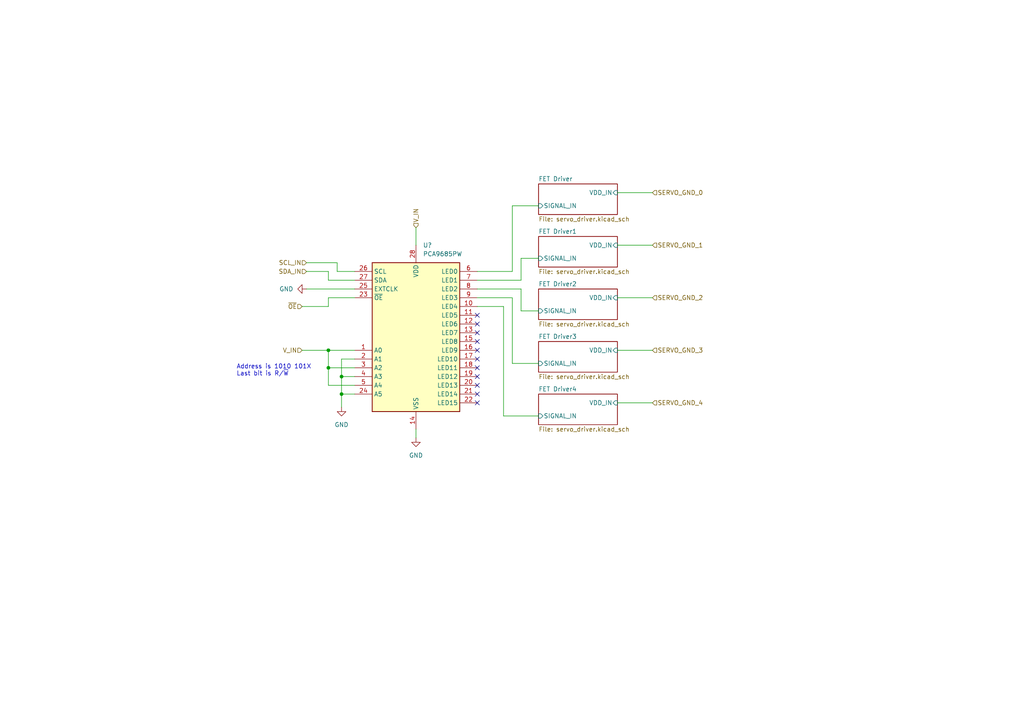
<source format=kicad_sch>
(kicad_sch (version 20211123) (generator eeschema)
  (paper "A4")
  (lib_symbols
    (symbol "Driver_LED:PCA9685PW"
      (property "Reference" "U" (at -12.7 22.225 0))
      (property "Value" "PCA9685PW" (at 1.27 22.225 0))
      (symbol "PCA9685PW_0_1"
        (rectangle (start -12.7 20.32) (end 12.7 -22.86) (stroke (width 0.254)) (fill (type background)))
      )
      (symbol "PCA9685PW_1_1"
        (pin input line (at -17.78 -5.08 0) (length 5.08) (name "A0") (number "1"))
        (pin output line (at 17.78 7.62 180) (length 5.08) (name "LED4") (number "10"))
        (pin output line (at 17.78 5.08 180) (length 5.08) (name "LED5") (number "11"))
        (pin output line (at 17.78 2.54 180) (length 5.08) (name "LED6") (number "12"))
        (pin output line (at 17.78 0 180) (length 5.08) (name "LED7") (number "13"))
        (pin power_in line (at 0 -27.94 90) (length 5.08) (name "VSS") (number "14"))
        (pin output line (at 17.78 -2.54 180) (length 5.08) (name "LED8") (number "15"))
        (pin output line (at 17.78 -5.08 180) (length 5.08) (name "LED9") (number "16"))
        (pin output line (at 17.78 -7.62 180) (length 5.08) (name "LED10") (number "17"))
        (pin output line (at 17.78 -10.16 180) (length 5.08) (name "LED11") (number "18"))
        (pin output line (at 17.78 -12.7 180) (length 5.08) (name "LED12") (number "19"))
        (pin input line (at -17.78 -7.62 0) (length 5.08) (name "A1") (number "2"))
        (pin output line (at 17.78 -15.24 180) (length 5.08) (name "LED13") (number "20"))
        (pin output line (at 17.78 -17.78 180) (length 5.08) (name "LED14") (number "21"))
        (pin output line (at 17.78 -20.32 180) (length 5.08) (name "LED15") (number "22"))
        (pin input line (at -17.78 10.16 0) (length 5.08) (name "~{OE}") (number "23"))
        (pin input line (at -17.78 -17.78 0) (length 5.08) (name "A5") (number "24"))
        (pin input line (at -17.78 12.7 0) (length 5.08) (name "EXTCLK") (number "25"))
        (pin input line (at -17.78 17.78 0) (length 5.08) (name "SCL") (number "26"))
        (pin bidirectional line (at -17.78 15.24 0) (length 5.08) (name "SDA") (number "27"))
        (pin power_in line (at 0 25.4 270) (length 5.08) (name "VDD") (number "28"))
        (pin input line (at -17.78 -10.16 0) (length 5.08) (name "A2") (number "3"))
        (pin input line (at -17.78 -12.7 0) (length 5.08) (name "A3") (number "4"))
        (pin input line (at -17.78 -15.24 0) (length 5.08) (name "A4") (number "5"))
        (pin output line (at 17.78 17.78 180) (length 5.08) (name "LED0") (number "6"))
        (pin output line (at 17.78 15.24 180) (length 5.08) (name "LED1") (number "7"))
        (pin output line (at 17.78 12.7 180) (length 5.08) (name "LED2") (number "8"))
        (pin output line (at 17.78 10.16 180) (length 5.08) (name "LED3") (number "9"))
      )
    )
    (symbol "power:GND" (power) (pin_names (offset 0))
      (property "Value" "GND" (at 0 -3.81 0))
      (symbol "GND_0_1"
        (polyline (pts (xy 0 0) (xy 0 -1.27) (xy 1.27 -1.27) (xy 0 -2.54) (xy -1.27 -1.27) (xy 0 -1.27)))
      )
      (symbol "GND_1_1"
        (pin power_in line (at 0 0 270) (length 0) hide (name "GND") (number "1"))
      )
    )
  )
  (junction (at 95.25 106.68))
  (junction (at 99.06 114.3))
  (junction (at 99.06 109.22))
  (junction (at 95.25 101.6))
  (no_connect (at 138.43 111.76))
  (no_connect (at 138.43 114.3))
  (no_connect (at 138.43 116.84))
  (no_connect (at 138.43 91.44))
  (no_connect (at 138.43 93.98))
  (no_connect (at 138.43 96.52))
  (no_connect (at 138.43 99.06))
  (no_connect (at 138.43 101.6))
  (no_connect (at 138.43 104.14))
  (no_connect (at 138.43 106.68))
  (no_connect (at 138.43 109.22))
  (wire (pts (xy 95.25 86.36) (xy 102.87 86.36)))
  (wire (pts (xy 95.25 101.6) (xy 95.25 106.68)))
  (wire (pts (xy 148.59 78.74) (xy 148.59 59.69)))
  (wire (pts (xy 179.07 116.84) (xy 189.23 116.84)))
  (wire (pts (xy 88.9 78.74) (xy 95.25 78.74)))
  (wire (pts (xy 95.25 101.6) (xy 102.87 101.6)))
  (wire (pts (xy 179.07 86.36) (xy 189.23 86.36)))
  (wire (pts (xy 95.25 88.9) (xy 95.25 86.36)))
  (wire (pts (xy 88.9 83.82) (xy 102.87 83.82)))
  (wire (pts (xy 97.79 78.74) (xy 97.79 76.2)))
  (wire (pts (xy 151.13 83.82) (xy 151.13 90.17)))
  (wire (pts (xy 99.06 114.3) (xy 99.06 118.11)))
  (wire (pts (xy 87.63 101.6) (xy 95.25 101.6)))
  (wire (pts (xy 102.87 104.14) (xy 99.06 104.14)))
  (wire (pts (xy 148.59 86.36) (xy 148.59 105.41)))
  (wire (pts (xy 95.25 106.68) (xy 95.25 111.76)))
  (wire (pts (xy 120.65 66.04) (xy 120.65 71.12)))
  (wire (pts (xy 95.25 78.74) (xy 95.25 81.28)))
  (wire (pts (xy 99.06 104.14) (xy 99.06 109.22)))
  (wire (pts (xy 151.13 90.17) (xy 156.21 90.17)))
  (wire (pts (xy 102.87 106.68) (xy 95.25 106.68)))
  (wire (pts (xy 95.25 81.28) (xy 102.87 81.28)))
  (wire (pts (xy 146.05 88.9) (xy 146.05 120.65)))
  (wire (pts (xy 148.59 59.69) (xy 156.21 59.69)))
  (wire (pts (xy 179.07 55.88) (xy 189.23 55.88)))
  (wire (pts (xy 179.07 71.12) (xy 189.23 71.12)))
  (wire (pts (xy 138.43 81.28) (xy 151.13 81.28)))
  (wire (pts (xy 138.43 88.9) (xy 146.05 88.9)))
  (wire (pts (xy 99.06 109.22) (xy 102.87 109.22)))
  (wire (pts (xy 120.65 124.46) (xy 120.65 127)))
  (wire (pts (xy 179.07 101.6) (xy 189.23 101.6)))
  (wire (pts (xy 88.9 76.2) (xy 97.79 76.2)))
  (wire (pts (xy 151.13 74.93) (xy 156.21 74.93)))
  (wire (pts (xy 138.43 86.36) (xy 148.59 86.36)))
  (wire (pts (xy 99.06 114.3) (xy 102.87 114.3)))
  (wire (pts (xy 151.13 81.28) (xy 151.13 74.93)))
  (wire (pts (xy 102.87 111.76) (xy 95.25 111.76)))
  (wire (pts (xy 146.05 120.65) (xy 156.21 120.65)))
  (wire (pts (xy 138.43 78.74) (xy 148.59 78.74)))
  (wire (pts (xy 138.43 83.82) (xy 151.13 83.82)))
  (wire (pts (xy 102.87 78.74) (xy 97.79 78.74)))
  (wire (pts (xy 87.63 88.9) (xy 95.25 88.9)))
  (wire (pts (xy 99.06 109.22) (xy 99.06 114.3)))
  (wire (pts (xy 148.59 105.41) (xy 156.21 105.41)))
  (text "Address is 1010 101X\nLast bit is R/~{W}" (at 68.58 109.22 0) (effects (font (size 1.27 1.27)) (justify left bottom)))
  (hierarchical_label "SCL_IN" (shape input) (at 88.9 76.2 180))
  (hierarchical_label "SERVO_GND_1" (shape input) (at 189.23 71.12 0))
  (hierarchical_label "SERVO_GND_0" (shape input) (at 189.23 55.88 0))
  (hierarchical_label "V_IN" (shape input) (at 120.65 66.04 90))
  (hierarchical_label "SERVO_GND_4" (shape input) (at 189.23 116.84 0))
  (hierarchical_label "SDA_IN" (shape input) (at 88.9 78.74 180))
  (hierarchical_label "SERVO_GND_2" (shape input) (at 189.23 86.36 0))
  (hierarchical_label "SERVO_GND_3" (shape input) (at 189.23 101.6 0))
  (hierarchical_label "V_IN" (shape input) (at 87.63 101.6 180))
  (hierarchical_label "~{OE}" (shape input) (at 87.63 88.9 180))
  (symbol (lib_id "power:GND") (at 120.65 127 0) (unit 1)
    (property "Reference" "#PWR?" (effects hide))
    (property "Value" "GND" (at 120.65 132.08 0))
  )
  (symbol (lib_id "Driver_LED:PCA9685PW") (at 120.65 96.52 0) (unit 1)
    (property "Reference" "U?" (at 122.6694 71.12 0) (effects (justify left)))
    (property "Value" "PCA9685PW" (at 122.6694 73.66 0) (effects (justify left)))
    (property "Footprint" "Package_SO:TSSOP-28_4.4x9.7mm_P0.65mm" (effects hide))
    (property "Datasheet" "http://www.nxp.com/documents/data_sheet/PCA9685.pdf" (effects hide))
  )
  (symbol (lib_id "power:GND") (at 99.06 118.11 0) (unit 1)
    (property "Reference" "#PWR?" (effects hide))
    (property "Value" "GND" (at 99.06 123.19 0))
  )
  (symbol (lib_id "power:GND") (at 88.9 83.82 270) (unit 1)
    (property "Reference" "#PWR?" (effects hide))
    (property "Value" "GND" (at 85.09 83.8199 90) (effects (justify right)))
  )
  (sheet (at 156.21 83.82) (size 22.86 8.89) (stroke (width 0.1524))
    (property "Sheet name" "FET Driver2" (at 156.21 83.1084 0) (effects (justify left bottom)))
    (property "Sheet file" "servo_driver.kicad_sch" (at 156.21 93.2946 0) (effects (justify left top)))
    (pin "VDD_IN" input (at 179.07 86.36 0))
    (pin "SIGNAL_IN" input (at 156.21 90.17 180))
  )
  (sheet (at 156.21 114.3) (size 22.86 8.89) (stroke (width 0.1524))
    (property "Sheet name" "FET Driver4" (at 156.21 113.5884 0) (effects (justify left bottom)))
    (property "Sheet file" "servo_driver.kicad_sch" (at 156.21 123.7746 0) (effects (justify left top)))
    (pin "VDD_IN" input (at 179.07 116.84 0))
    (pin "SIGNAL_IN" input (at 156.21 120.65 180))
  )
  (sheet (at 156.21 68.58) (size 22.86 8.89) (stroke (width 0.1524))
    (property "Sheet name" "FET Driver1" (at 156.21 67.8684 0) (effects (justify left bottom)))
    (property "Sheet file" "servo_driver.kicad_sch" (at 156.21 78.0546 0) (effects (justify left top)))
    (pin "VDD_IN" input (at 179.07 71.12 0))
    (pin "SIGNAL_IN" input (at 156.21 74.93 180))
  )
  (sheet (at 156.21 53.34) (size 22.86 8.89) (stroke (width 0.1524))
    (property "Sheet name" "FET Driver" (at 156.21 52.6284 0) (effects (justify left bottom)))
    (property "Sheet file" "servo_driver.kicad_sch" (at 156.21 62.8146 0) (effects (justify left top)))
    (pin "VDD_IN" input (at 179.07 55.88 0))
    (pin "SIGNAL_IN" input (at 156.21 59.69 180))
  )
  (sheet (at 156.21 99.06) (size 22.86 8.89) (stroke (width 0.1524))
    (property "Sheet name" "FET Driver3" (at 156.21 98.3484 0) (effects (justify left bottom)))
    (property "Sheet file" "servo_driver.kicad_sch" (at 156.21 108.5346 0) (effects (justify left top)))
    (pin "VDD_IN" input (at 179.07 101.6 0))
    (pin "SIGNAL_IN" input (at 156.21 105.41 180))
  )
)
</source>
